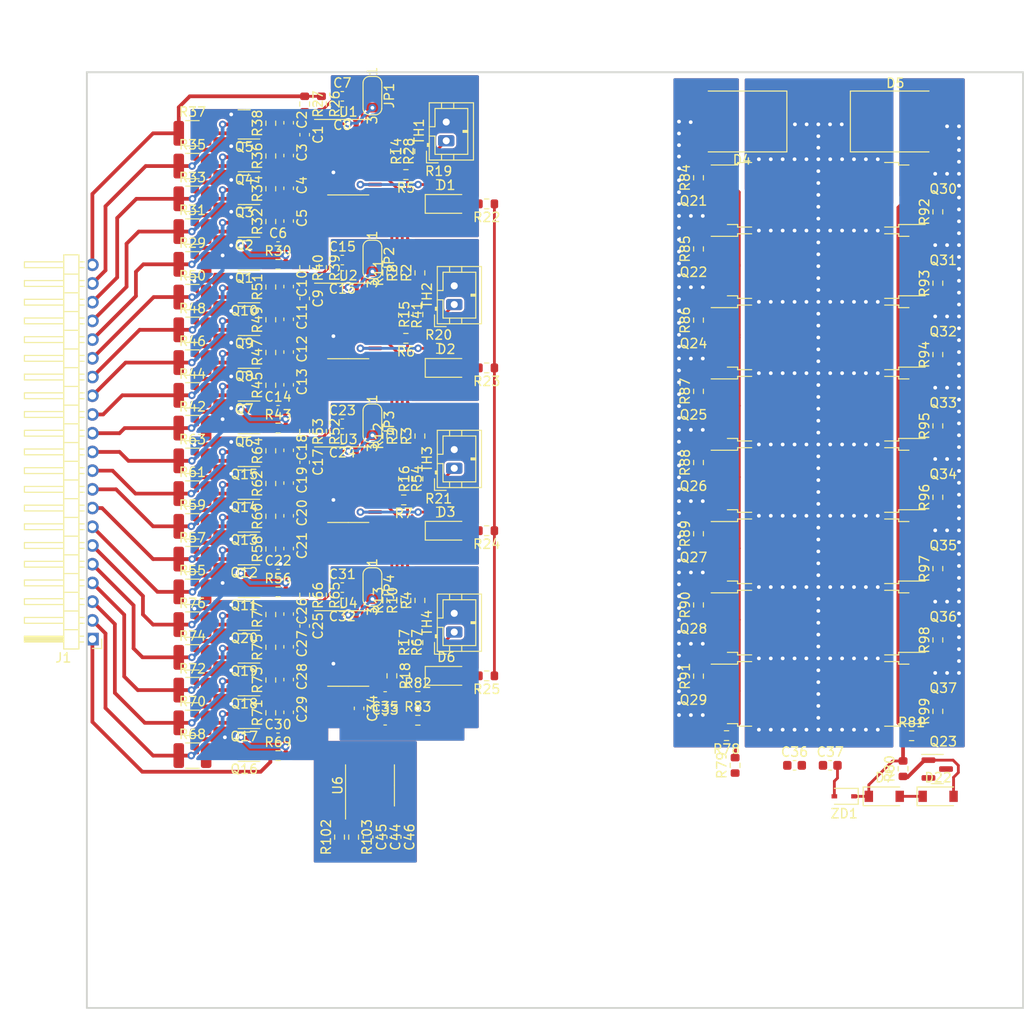
<source format=kicad_pcb>
(kicad_pcb (version 20211014) (generator pcbnew)

  (general
    (thickness 1.6)
  )

  (paper "A4")
  (layers
    (0 "F.Cu" signal)
    (31 "B.Cu" signal)
    (32 "B.Adhes" user "B.Adhesive")
    (33 "F.Adhes" user "F.Adhesive")
    (34 "B.Paste" user)
    (35 "F.Paste" user)
    (36 "B.SilkS" user "B.Silkscreen")
    (37 "F.SilkS" user "F.Silkscreen")
    (38 "B.Mask" user)
    (39 "F.Mask" user)
    (40 "Dwgs.User" user "User.Drawings")
    (41 "Cmts.User" user "User.Comments")
    (42 "Eco1.User" user "User.Eco1")
    (43 "Eco2.User" user "User.Eco2")
    (44 "Edge.Cuts" user)
    (45 "Margin" user)
    (46 "B.CrtYd" user "B.Courtyard")
    (47 "F.CrtYd" user "F.Courtyard")
    (48 "B.Fab" user)
    (49 "F.Fab" user)
    (50 "User.1" user)
    (51 "User.2" user)
    (52 "User.3" user)
    (53 "User.4" user)
    (54 "User.5" user)
    (55 "User.6" user)
    (56 "User.7" user)
    (57 "User.8" user)
    (58 "User.9" user)
  )

  (setup
    (stackup
      (layer "F.SilkS" (type "Top Silk Screen") (color "White"))
      (layer "F.Paste" (type "Top Solder Paste"))
      (layer "F.Mask" (type "Top Solder Mask") (color "Purple") (thickness 0.01))
      (layer "F.Cu" (type "copper") (thickness 0.035))
      (layer "dielectric 1" (type "core") (thickness 1.51) (material "FR4") (epsilon_r 4.5) (loss_tangent 0.02))
      (layer "B.Cu" (type "copper") (thickness 0.035))
      (layer "B.Mask" (type "Bottom Solder Mask") (color "Purple") (thickness 0.01))
      (layer "B.Paste" (type "Bottom Solder Paste"))
      (layer "B.SilkS" (type "Bottom Silk Screen") (color "White"))
      (copper_finish "None")
      (dielectric_constraints no)
    )
    (pad_to_mask_clearance 0)
    (grid_origin 82.365773 91.573261)
    (pcbplotparams
      (layerselection 0x00010fc_ffffffff)
      (disableapertmacros false)
      (usegerberextensions false)
      (usegerberattributes true)
      (usegerberadvancedattributes true)
      (creategerberjobfile true)
      (svguseinch false)
      (svgprecision 6)
      (excludeedgelayer true)
      (plotframeref false)
      (viasonmask false)
      (mode 1)
      (useauxorigin false)
      (hpglpennumber 1)
      (hpglpenspeed 20)
      (hpglpendiameter 15.000000)
      (dxfpolygonmode true)
      (dxfimperialunits true)
      (dxfusepcbnewfont true)
      (psnegative false)
      (psa4output false)
      (plotreference true)
      (plotvalue true)
      (plotinvisibletext false)
      (sketchpadsonfab false)
      (subtractmaskfromsilk false)
      (outputformat 1)
      (mirror false)
      (drillshape 1)
      (scaleselection 1)
      (outputdirectory "")
    )
  )

  (net 0 "")
  (net 1 "Net-(C7-Pad1)")
  (net 2 "/Protector/AVDD")
  (net 3 "Net-(C1-Pad1)")
  (net 4 "/Protector/Balance FET4/VCn")
  (net 5 "/Protector/Balance FET3/VCn")
  (net 6 "/Protector/Balance FET2/VCn")
  (net 7 "/Protector/Balance FET1/VCn")
  (net 8 "/Protector/Balance FET/VCn")
  (net 9 "/Protector/DSG")
  (net 10 "/Protector/CHG")
  (net 11 "/Protector/LD")
  (net 12 "/Protector/LPWR")
  (net 13 "/Protector/CBI")
  (net 14 "/Protector/OCDP")
  (net 15 "/Protector/TS")
  (net 16 "Net-(R28-Pad1)")
  (net 17 "/Protector/CCFG")
  (net 18 "/Protector/CB0")
  (net 19 "/Protector/PRES")
  (net 20 "Net-(C15-Pad1)")
  (net 21 "/Protector1/AVDD")
  (net 22 "Net-(C9-Pad1)")
  (net 23 "/Protector1/Balance FET4/VCn")
  (net 24 "/Protector1/Balance FET3/VCn")
  (net 25 "/Protector1/Balance FET2/VCn")
  (net 26 "/Protector1/Balance FET1/VCn")
  (net 27 "/Protector1/Balance FET/VCn")
  (net 28 "/Protector1/DSG")
  (net 29 "/Protector1/CHG")
  (net 30 "/Protector1/LD")
  (net 31 "/Protector1/LPWR")
  (net 32 "/Protector1/CBI")
  (net 33 "/Protector1/OCDP")
  (net 34 "/Protector1/TS")
  (net 35 "Net-(R41-Pad1)")
  (net 36 "/Protector1/CCFG")
  (net 37 "/Protector1/CB0")
  (net 38 "/Protector1/PRES")
  (net 39 "/Protector1/CTRC")
  (net 40 "/Protector1/CTRD")
  (net 41 "Net-(C23-Pad1)")
  (net 42 "/Protector2/AVDD")
  (net 43 "Net-(C17-Pad1)")
  (net 44 "/Protector2/Balance FET4/VCn")
  (net 45 "/Protector2/Balance FET3/VCn")
  (net 46 "/Protector2/Balance FET2/VCn")
  (net 47 "/Protector2/Balance FET1/VCn")
  (net 48 "/Protector2/Balance FET/VCn")
  (net 49 "/Protector2/DSG")
  (net 50 "/Protector2/CHG")
  (net 51 "/Protector2/LD")
  (net 52 "/Protector2/LPWR")
  (net 53 "/Protector2/CBI")
  (net 54 "/Protector2/OCDP")
  (net 55 "/Protector2/TS")
  (net 56 "Net-(R54-Pad1)")
  (net 57 "/Protector2/CCFG")
  (net 58 "/Protector2/CB0")
  (net 59 "/Protector2/PRES")
  (net 60 "/Protector2/CTRC")
  (net 61 "/Protector2/CTRD")
  (net 62 "Net-(C31-Pad1)")
  (net 63 "/Protector3/AVDD")
  (net 64 "Net-(C25-Pad1)")
  (net 65 "/Protector3/Balance FET4/VCn")
  (net 66 "/Protector3/Balance FET3/VCn")
  (net 67 "/Protector3/Balance FET2/VCn")
  (net 68 "/Protector3/Balance FET1/VCn")
  (net 69 "/Protector3/Balance FET/VCn")
  (net 70 "/High Side Fets/DSG")
  (net 71 "/High Side Fets/CHG")
  (net 72 "/Protector3/LD")
  (net 73 "/Protector3/LPWR")
  (net 74 "/Protector3/CBI")
  (net 75 "/Protector3/OCDP")
  (net 76 "/Protector3/TS")
  (net 77 "Net-(R67-Pad1)")
  (net 78 "/Protector3/CCFG")
  (net 79 "/Protector3/CB0")
  (net 80 "/Protector3/PRES")
  (net 81 "/Protector3/CTRC")
  (net 82 "/Protector3/CTRD")
  (net 83 "/High Side Fets/SNS")
  (net 84 "Net-(C36-Pad2)")
  (net 85 "/High Side Fets/PACK-")
  (net 86 "Net-(Q1-Pad1)")
  (net 87 "Net-(Q2-Pad1)")
  (net 88 "Net-(Q3-Pad1)")
  (net 89 "Net-(Q4-Pad1)")
  (net 90 "Net-(Q5-Pad1)")
  (net 91 "Net-(Q6-Pad1)")
  (net 92 "Net-(Q7-Pad1)")
  (net 93 "Net-(Q8-Pad1)")
  (net 94 "Net-(Q9-Pad1)")
  (net 95 "Net-(Q10-Pad1)")
  (net 96 "Net-(Q11-Pad1)")
  (net 97 "Net-(Q12-Pad1)")
  (net 98 "Net-(Q13-Pad1)")
  (net 99 "Net-(Q14-Pad1)")
  (net 100 "Net-(Q15-Pad1)")
  (net 101 "Net-(Q16-Pad1)")
  (net 102 "Net-(Q17-Pad1)")
  (net 103 "Net-(Q18-Pad1)")
  (net 104 "Net-(Q19-Pad1)")
  (net 105 "Net-(Q20-Pad1)")
  (net 106 "Net-(D1-Pad2)")
  (net 107 "Net-(D2-Pad2)")
  (net 108 "Net-(D3-Pad2)")
  (net 109 "Net-(D7-Pad1)")
  (net 110 "/VC15")
  (net 111 "/VC10")
  (net 112 "/VC5")
  (net 113 "GND")
  (net 114 "/VC20")
  (net 115 "/VC19")
  (net 116 "/VC18")
  (net 117 "/VC17")
  (net 118 "/VC16")
  (net 119 "/VC14")
  (net 120 "/VC13")
  (net 121 "/VC12")
  (net 122 "/VC11")
  (net 123 "/VC9")
  (net 124 "/VC8")
  (net 125 "/VC7")
  (net 126 "/VC6")
  (net 127 "/VC1")
  (net 128 "/VC2")
  (net 129 "/VC3")
  (net 130 "/VC4")
  (net 131 "/Sense Filter/SRP_I")
  (net 132 "/SRP")
  (net 133 "/SRN")
  (net 134 "Net-(Q21-Pad1)")
  (net 135 "Net-(Q22-Pad1)")
  (net 136 "Net-(D22-Pad2)")
  (net 137 "Net-(Q24-Pad1)")
  (net 138 "Net-(Q25-Pad1)")
  (net 139 "Net-(Q26-Pad1)")
  (net 140 "Net-(Q27-Pad1)")
  (net 141 "Net-(Q28-Pad1)")
  (net 142 "Net-(Q29-Pad1)")
  (net 143 "Net-(Q30-Pad1)")
  (net 144 "Net-(Q31-Pad1)")
  (net 145 "Net-(Q32-Pad1)")
  (net 146 "Net-(Q33-Pad1)")
  (net 147 "Net-(Q34-Pad1)")
  (net 148 "Net-(Q35-Pad1)")
  (net 149 "Net-(Q36-Pad1)")
  (net 150 "Net-(Q37-Pad1)")
  (net 151 "Net-(D6-Pad2)")
  (net 152 "Net-(R78-Pad1)")
  (net 153 "/Sense Filter/SRN_I")
  (net 154 "Net-(D22-Pad1)")
  (net 155 "Net-(D4-Pad1)")
  (net 156 "+3.3V")
  (net 157 "Net-(C45-Pad1)")
  (net 158 "Net-(C46-Pad1)")
  (net 159 "/Fuel Gauge/VBAT")
  (net 160 "/Fuel Gauge/~{ALERT}")
  (net 161 "unconnected-(U6-Pad2)")
  (net 162 "unconnected-(U6-Pad3)")
  (net 163 "/Fuel Gauge/SRP")
  (net 164 "/Fuel Gauge/SRN")
  (net 165 "Net-(TH5-Pad1)")
  (net 166 "unconnected-(U6-Pad12)")
  (net 167 "/Fuel Gauge/SCL")
  (net 168 "/Fuel Gauge/DAT")

  (footprint "Resistor_SMD:R_0603_1608Metric" (layer "F.Cu") (at 47.947 103.20116 -90))

  (footprint "Capacitor_SMD:C_0603_1608Metric" (layer "F.Cu") (at 35.677273 107.151261 -90))

  (footprint "Capacitor_SMD:C_0603_1608Metric" (layer "F.Cu") (at 35.677273 89.651261 -90))

  (footprint "Resistor_SMD:R_0603_1608Metric" (layer "F.Cu") (at 33.772273 82.701261 90))

  (footprint "Resistor_SMD:R_0603_1608Metric" (layer "F.Cu") (at 46.707843 141.753463 -90))

  (footprint "Resistor_SMD:R_0603_1608Metric" (layer "F.Cu") (at 105.020016 92.168555 90))

  (footprint "Resistor_SMD:R_0603_1608Metric" (layer "F.Cu") (at 79.454808 118.960169 90))

  (footprint "Resistor_SMD:R_0603_1608Metric" (layer "F.Cu") (at 105.020016 107.418841 90))

  (footprint "Package_TO_SOT_SMD:SOT-23" (layer "F.Cu") (at 30.929773 107.326261 180))

  (footprint "Capacitor_SMD:C_0603_1608Metric" (layer "F.Cu") (at 35.677273 93.151261 -90))

  (footprint "Package_TO_SOT_SMD:SOT-23" (layer "F.Cu") (at 30.929773 135.326261 180))

  (footprint "Diode_SMD:D_SMC" (layer "F.Cu") (at 84.092546 82.512272 180))

  (footprint "Diode_SMD:D_SOD-123" (layer "F.Cu") (at 105.047546 154.628272))

  (footprint "Connector_JST:JST_PH_B2B-PH-K_1x02_P2.00mm_Vertical" (layer "F.Cu") (at 53.365773 102.073261 90))

  (footprint "Resistor_SMD:R_0603_1608Metric" (layer "F.Cu") (at 79.454808 96.133967 90))

  (footprint "Resistor_SMD:R_0603_1608Metric" (layer "F.Cu") (at 51.7 89.253463))

  (footprint "Resistor_SMD:R_1210_3225Metric" (layer "F.Cu") (at 25.403273 101.276261))

  (footprint "Resistor_SMD:R_0603_1608Metric" (layer "F.Cu") (at 46.699022 116.129336 90))

  (footprint "Diode_SMD:D_SOD-123" (layer "F.Cu") (at 52.520773 141.753463))

  (footprint "Resistor_SMD:R_0603_1608Metric" (layer "F.Cu") (at 34.547273 97.776261))

  (footprint "Package_TO_SOT_SMD:TO-252-2" (layer "F.Cu") (at 98.365773 128.443261 180))

  (footprint "Package_SO:TSSOP-24_4.4x7.8mm_P0.65mm" (layer "F.Cu") (at 42.043933 138.828463))

  (footprint "Resistor_SMD:R_1210_3225Metric" (layer "F.Cu") (at 25.403273 83.776261))

  (footprint "Package_TO_SOT_SMD:TO-252-2" (layer "F.Cu") (at 98.365773 113.203261 180))

  (footprint "Package_TO_SOT_SMD:TO-252-2" (layer "F.Cu") (at 86.105773 97.963261))

  (footprint "Resistor_SMD:R_0603_1608Metric" (layer "F.Cu") (at 49.475905 143.957861))

  (footprint "Package_TO_SOT_SMD:SOT-23" (layer "F.Cu") (at 30.929773 145.826261 180))

  (footprint "Capacitor_SMD:C_0603_1608Metric" (layer "F.Cu") (at 41.408933 132.322322))

  (footprint "Package_TO_SOT_SMD:TO-252-2" (layer "F.Cu") (at 86.105773 136.063261))

  (footprint "Capacitor_SMD:C_0603_1608Metric" (layer "F.Cu") (at 41.408933 97.322322))

  (footprint "Resistor_SMD:R_0603_1608Metric" (layer "F.Cu") (at 34.547273 115.276261))

  (footprint "Resistor_SMD:R_0603_1608Metric" (layer "F.Cu") (at 47.947 138.20116 -90))

  (footprint "Diode_SMD:D_SMC" (layer "F.Cu") (at 100.475546 82.512272))

  (footprint "Resistor_SMD:R_0603_1608Metric" (layer "F.Cu") (at 33.772273 138.701261 90))

  (footprint "Resistor_SMD:R_0603_1608Metric" (layer "F.Cu") (at 102.214588 148.1547))

  (footprint "Package_TO_SOT_SMD:TO-252-2" (layer "F.Cu") (at 98.365773 120.823261 180))

  (footprint "Resistor_SMD:R_0603_1608Metric" (layer "F.Cu") (at 39.181433 133.147322 -90))

  (footprint "Resistor_SMD:R_1210_3225Metric" (layer "F.Cu") (at 25.403273 150.276261))

  (footprint "Capacitor_SMD:C_0603_1608Metric" (layer "F.Cu") (at 47.165773 158.985761 -90))

  (footprint "Package_TO_SOT_SMD:SOT-23" (layer "F.Cu") (at 30.929773 117.826261 180))

  (footprint "Capacitor_SMD:C_0603_1608Metric" (layer "F.Cu") (at 34.547273 148.376261))

  (footprint "Resistor_SMD:R_1210_3225Metric" (layer "F.Cu") (at 25.403273 118.776261))

  (footprint "Package_TO_SOT_SMD:SOT-23" (layer "F.Cu") (at 30.929773 142.326261 180))

  (footprint "Resistor_SMD:R_0603_1608Metric" (layer "F.Cu") (at 101.302088 151.675761 90))

  (footprint "Resistor_SMD:R_0603_1608Metric" (layer "F.Cu") (at 46.699022 98.693086 90))

  (footprint "Capacitor_SMD:C_0603_1608Metric" (layer "F.Cu") (at 35.677273 145.651261 -90))

  (footprint "Resistor_SMD:R_0603_1608Metric" (layer "F.Cu") (at 33.772273 128.201261 90))

  (footprint "Resistor_SMD:R_0603_1608Metric" (layer "F.Cu") (at 41.115773 158.985761 90))

  (footprint "Package_TO_SOT_SMD:SOT-23" (layer "F.Cu") (at 30.929773 131.826261 180))

  (footprint "Package_TO_SOT_SMD:SOT-23" (layer "F.Cu") (at 30.929773 114.326261 180))

  (footprint "Capacitor_SMD:C_0603_1608Metric" (layer "F.Cu") (at 35.677273 103.651261 -90))

  (footprint "Capacitor_SMD:C_0603_1608Metric" (layer "F.Cu") (at 35.677273 121.151261 -90))

  (footprint "Resistor_SMD:R_1210_3225Metric" (layer "F.Cu") (at 25.403273 87.276261))

  (footprint "Resistor_SMD:R_1210_3225Metric" (layer "F.Cu")
    (tedit 5F68FEEE) (tstamp 432c1461-f439-405b-af8c-3047be5d18e1)
    (at 25.403273 90.776261)
    (descr "Resistor SMD 1210 (3225 Metric), square (rectangular) end terminal, IPC_7351 nominal, (Body size source: IPC-SM-782 page 72, https://www.pcb-3d.com/wordpress/wp-content/uploads/ipc-sm-782a_amendment_1_and_2.pdf), generated with kicad-footprint-generator")
    (tags "resistor")
    (property "Sheetfile" "balance_fet.kicad_sch")
    (property "Sheetname" "Balance FET2")
    (property "Src_Value" "R_cbe")
    (path "/32a0122d-ba50-4e15-9caf-180ff55b70a9/32397be0-dd69-4813-bb36-00e5350018fb/fa56df0f-db1e-4458-ae4a-f7a171d13f2c")
    (attr smd)
    (fp_text reference "R33" (at 0 -2.28) (layer "F.SilkS")
      (effects (font (size 1 1) (thickness 0.15)))
      (tstamp b5aa92d3-52cc-45c2-abe8-5c047bb8292a)
    )
    (fp_text value "43" (at 0 2.28) (layer "F.Fab")
      (effects (font (size 1 1) (thickness 0.15)))
      (tstamp 89a18c67-5bf9-4ed0-9dff-68c8b75dfa47)
    )
    (fp_text user "${REFERENCE}" (at 0 0) (layer "F.Fab")
      (effects (font (size 0.8 0.8) (thickness 0.12)))
      (tstamp 3cbace5e-c5f6-4b34-a93f-23d646d75379)
    )
    (fp_line (start -0.723737 1.355) (end 0.723737 1.355) (layer "F.SilkS") (width 0.12) (tstamp 1a486fcf-5ab4-4b47-9dae-a865fd168c42))
    (fp_line (start -0.723737 -1.355) (end 0.723737 -1.355) (layer "F.SilkS") (width 0.12) (tstamp 44ba569f-ac81-4653-9d57-6b8309530bb4))
    (fp_line (start -2.28 1.58) (end -2.28 -1.58) (la
... [1368244 chars truncated]
</source>
